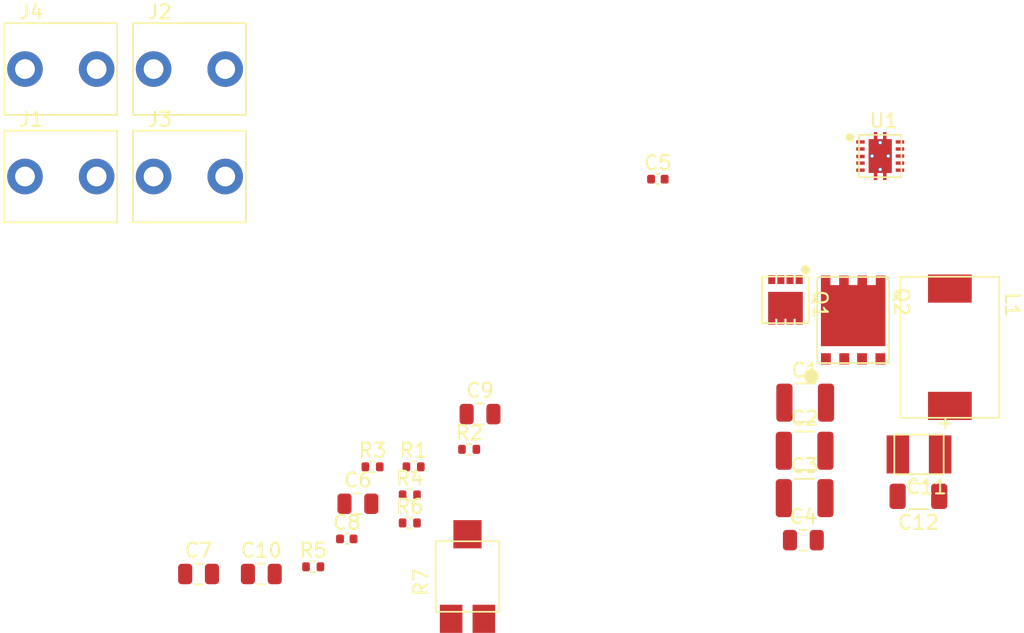
<source format=kicad_pcb>
(kicad_pcb (version 20211014) (generator pcbnew)
  (layers (0 "F.Cu" signal) (31 "B.Cu" signal) (34 "B.Paste" user) (35 "F.Paste" user) (36 "B.SilkS" user "B.Silkscreen") (37 "F.SilkS" user "F.Silkscreen") (38 "B.Mask" user) (39 "F.Mask" user) (44 "Edge.Cuts" user))
  (net 0 "")
  (net 1 "/VIN")
  (net 2 "/GND")
  (net 3 "Net-(C5-Pad1)")
  (net 4 "Net-(C6-Pad1)")
  (net 5 "Net-(C10-Pad2)")
  (net 6 "Net-(C7-Pad2)")
  (net 7 "Net-(C8-Pad1)")
  (net 8 "Net-(C8-Pad2)")
  (net 9 "Net-(C9-Pad1)")
  (net 10 "Net-(C10-Pad1)")
  (net 11 "/VOUT")
  (net 12 "Net-(Q2-Pad4)")
  (net 13 "Net-(R2-Pad1)")
  (net 14 "Net-(Q1-Pad4)")
  (net 15 "Net-(R6-Pad2)")
  (footprint "Capacitor_SMD:C_1210_3225Metric" (layer "F.Cu") (at 194.42 101.56)
    (fp_text reference "C1" (at 0 -2.3) (layer "F.SilkS"))
    (fp_text value "47uF")
    (fp_line (start -0.711252 1.36) (end 0.711252 1.36) (layer "F.SilkS") (width 0.12))
    (fp_line (start -0.711252 -1.36) (end 0.711252 -1.36) (layer "F.SilkS") (width 0.12))
    (pad "1" smd roundrect (at -1.475 0) (size 1.15 2.7) (layers "F.Cu" "F.Paste" "F.Mask") (roundrect_rratio 0.217391) (net 1 "/VIN"))
    (pad "2" smd roundrect (at 1.475 0) (size 1.15 2.7) (layers "F.Cu" "F.Paste" "F.Mask") (roundrect_rratio 0.217391) (net 2 "/GND"))
  )
  (footprint "Capacitor_SMD:C_0805_2012Metric" (layer "F.Cu") (at 162.7 108.73)
    (fp_text reference "C6" (at 0 -1.68) (layer "F.SilkS"))
    (fp_text value "180pF")
    (fp_line (start -0.261252 0.735) (end 0.261252 0.735) (layer "F.SilkS") (width 0.12))
    (fp_line (start -0.261252 -0.735) (end 0.261252 -0.735) (layer "F.SilkS") (width 0.12))
    (pad "1" smd roundrect (at -0.95 0) (size 1 1.45) (layers "F.Cu" "F.Paste" "F.Mask") (net 4 "Net-(C6-Pad1)"))
    (pad "2" smd roundrect (at 0.95 0) (size 1 1.45) (layers "F.Cu" "F.Paste" "F.Mask") (net 5 "Net-(C10-Pad2)"))
  )
  (footprint "TPS40305_supply:63862-1" (layer "F.Cu") (at 141.6304 85.5218)
    (fp_text reference "J1" (at -2.1 -4.05 unlocked) (layer "F.SilkS"))
    (fp_text value "Conn_01x01")
    (fp_line (start -4 -3.25) (end 4 -3.25) (layer "F.SilkS") (width 0.12))
    (fp_line (start 4 -3.25) (end 4 3.25) (layer "F.SilkS") (width 0.12))
    (fp_line (start 4 3.25) (end -4 3.25) (layer "F.SilkS") (width 0.12))
    (fp_line (start -4 3.25) (end -4 -3.25) (layer "F.SilkS") (width 0.12))
    (pad "1" thru_hole circle (at -2.54 0) (size 2.52 2.52) (drill 1.4) (layers *.Cu *.Mask) (net 1 "/VIN"))
    (pad "1" thru_hole circle (at 2.54 0) (size 2.52 2.52) (drill 1.4) (layers *.Cu *.Mask) (net 1 "/VIN"))
  )
  (footprint "Resistor_SMD:R_0402_1005Metric" (layer "F.Cu") (at 166.38 108.1)
    (fp_text reference "R4" (at 0 -1.17) (layer "F.SilkS"))
    (fp_text value "1.33k")
    (fp_line (start -0.153641 -0.38) (end 0.153641 -0.38) (layer "F.SilkS") (width 0.12))
    (fp_line (start -0.153641 0.38) (end 0.153641 0.38) (layer "F.SilkS") (width 0.12))
    (pad "1" smd roundrect (at -0.51 0) (size 0.54 0.64) (layers "F.Cu" "F.Paste" "F.Mask") (net 11 "/VOUT"))
    (pad "2" smd roundrect (at 0.51 0) (size 0.54 0.64) (layers "F.Cu" "F.Paste" "F.Mask") (net 10 "Net-(C10-Pad1)"))
  )
  (footprint "Capacitor_SMD:C_0805_2012Metric" (layer "F.Cu") (at 171.36 102.37)
    (fp_text reference "C9" (at 0 -1.68) (layer "F.SilkS"))
    (fp_text value "10uF")
    (fp_line (start -0.261252 -0.735) (end 0.261252 -0.735) (layer "F.SilkS") (width 0.12))
    (fp_line (start -0.261252 0.735) (end 0.261252 0.735) (layer "F.SilkS") (width 0.12))
    (pad "1" smd roundrect (at -0.95 0) (size 1 1.45) (layers "F.Cu" "F.Paste" "F.Mask") (net 9 "Net-(C9-Pad1)"))
    (pad "2" smd roundrect (at 0.95 0) (size 1 1.45) (layers "F.Cu" "F.Paste" "F.Mask") (net 2 "/GND"))
  )
  (footprint "TPS40305_supply:CSD16340Q3" (layer "F.Cu") (at 193.020371 94.267129 180)
    (fp_text reference "Q1" (at -2.45 -0.32 270 unlocked) (layer "F.SilkS"))
    (fp_text value "CSD16340Q3")
    (fp_rect (start -1.65 -1.65) (end 1.65 1.65) (layer "F.SilkS") (width 0.12) (fill none))
    (fp_circle (center -1.42 2.14) (end -1.150742 2.14) (layer "F.SilkS") (width 0.12) (fill solid))
    (pad "1" smd rect (at -0.975 1.435 270) (size 0.63 0.5) (layers "F.Cu" "F.Paste" "F.Mask") (net 8 "Net-(C8-Pad2)"))
    (pad "2" smd rect (at -0.325 1.435 270) (size 0.63 0.5) (layers "F.Cu" "F.Paste" "F.Mask") (net 8 "Net-(C8-Pad2)"))
    (pad "3" smd rect (at 0.325 1.435 270) (size 0.63 0.5) (layers "F.Cu" "F.Paste" "F.Mask") (net 8 "Net-(C8-Pad2)"))
    (pad "4" smd rect (at 0.975 1.435 270) (size 0.63 0.5) (layers "F.Cu" "F.Paste" "F.Mask") (net 14 "Net-(Q1-Pad4)"))
    (pad "5" smd custom (at -1.225 0.56 180) (size 0.01 0.01) (layers "F.Cu" "F.Mask") (net 1 "/VIN") (options (clearance outline) (anchor rect)) (primitives (gr_poly (pts (xy 0 0) (xy 0 -2.31) (xy 0.5 -2.31) (xy 0.5 -1.9) (xy 0.65 -1.9) (xy 0.65 -2.31) (xy 1.15 -2.31) (xy 1.15 -1.9) (xy 1.3 -1.9) (xy 1.3 -2.31) (xy 1.8 -2.31) (xy 1.8 -1.9) (xy 1.95 -1.9) (xy 1.95 -2.31) (xy 2.45 -2.31) (xy 2.45 0)) (width 0.01) (fill yes))))
  )
  (footprint "TPS40305_supply:CSD17311Q5" (layer "F.Cu") (at 197.82 95.7 -90)
    (fp_text reference "Q2" (at -1.3 -3.44 -90 unlocked) (layer "F.SilkS"))
    (fp_text value "CSD17311Q5")
    (fp_rect (start -3.05 -2.55) (end 3.05 2.55) (layer "F.SilkS") (width 0.12) (fill none))
    (fp_circle (center 3.99 2.97) (end 4.446946 2.97) (layer "F.SilkS") (width 0.12) (fill solid))
    (pad "1" smd rect (at 2.7525 1.93) (size 0.7 0.8) (layers "F.Cu" "F.Paste" "F.Mask") (net 2 "/GND"))
    (pad "2" smd rect (at 2.7525 0.6317) (size 0.7 0.8) (layers "F.Cu" "F.Paste" "F.Mask") (net 2 "/GND"))
    (pad "3" smd rect (at 2.7525 -0.6317 180) (size 0.7 0.8) (layers "F.Cu" "F.Paste" "F.Mask") (net 2 "/GND"))
    (pad "4" smd rect (at 2.7525 -1.93) (size 0.7 0.8) (layers "F.Cu" "F.Paste" "F.Mask") (net 12 "Net-(Q2-Pad4)"))
    (pad "5" smd custom (at 1.8475 -2.28 270) (size 0.01 0.01) (layers "F.Cu" "F.Mask") (net 8 "Net-(C8-Pad2)") (options (clearance outline) (anchor rect)) (primitives (gr_poly (pts (xy 0 0) (xy 0 4.56) (xy -5 4.56) (xy -5 3.898) (xy -4.32 3.898) (xy -4.32 3.2647) (xy -5 3.2647) (xy -5 2.5997) (xy -4.32 2.5997) (xy -4.32 1.9664) (xy -5 1.9664) (xy -5 1.3014) (xy -4.32 1.3014) (xy -4.32 0.6681) (xy -5 0.6681) (xy -5 0)) (width 0.01) (fill yes))))
  )
  (footprint "TPS40305_supply:63862-1" (layer "F.Cu") (at 150.7504 85.5218)
    (fp_text reference "J3" (at -2.1 -4.05 unlocked) (layer "F.SilkS"))
    (fp_text value "Conn_01x01")
    (fp_line (start 4 3.25) (end -4 3.25) (layer "F.SilkS") (width 0.12))
    (fp_line (start 4 -3.25) (end 4 3.25) (layer "F.SilkS") (width 0.12))
    (fp_line (start -4 3.25) (end -4 -3.25) (layer "F.SilkS") (width 0.12))
    (fp_line (start -4 -3.25) (end 4 -3.25) (layer "F.SilkS") (width 0.12))
    (pad "1" thru_hole circle (at -2.54 0) (size 2.52 2.52) (drill 1.4) (layers *.Cu *.Mask) (net 11 "/VOUT"))
    (pad "1" thru_hole circle (at 2.54 0) (size 2.52 2.52) (drill 1.4) (layers *.Cu *.Mask) (net 11 "/VOUT"))
  )
  (footprint "Capacitor_SMD:C_0805_2012Metric" (layer "F.Cu") (at 151.4 113.71)
    (fp_text reference "C7" (at 0 -1.68) (layer "F.SilkS"))
    (fp_text value "1.5nF")
    (fp_line (start -0.261252 0.735) (end 0.261252 0.735) (layer "F.SilkS") (width 0.12))
    (fp_line (start -0.261252 -0.735) (end 0.261252 -0.735) (layer "F.SilkS") (width 0.12))
    (pad "1" smd roundrect (at -0.95 0) (size 1 1.45) (layers "F.Cu" "F.Paste" "F.Mask") (net 4 "Net-(C6-Pad1)"))
    (pad "2" smd roundrect (at 0.95 0) (size 1 1.45) (layers "F.Cu" "F.Paste" "F.Mask") (net 6 "Net-(C7-Pad2)"))
  )
  (footprint "Capacitor_SMD:C_0805_2012Metric" (layer "F.Cu") (at 194.29 111.31)
    (fp_text reference "C4" (at 0 -1.68) (layer "F.SilkS"))
    (fp_text value "1uF")
    (fp_line (start -0.261252 -0.735) (end 0.261252 -0.735) (layer "F.SilkS") (width 0.12))
    (fp_line (start -0.261252 0.735) (end 0.261252 0.735) (layer "F.SilkS") (width 0.12))
    (pad "1" smd roundrect (at -0.95 0) (size 1 1.45) (layers "F.Cu" "F.Paste" "F.Mask") (net 1 "/VIN"))
    (pad "2" smd roundrect (at 0.95 0) (size 1 1.45) (layers "F.Cu" "F.Paste" "F.Mask") (net 2 "/GND"))
  )
  (footprint "TPS40305_supply:63862-1" (layer "F.Cu") (at 150.7504 77.9018)
    (fp_text reference "J2" (at -2.1 -4.05 unlocked) (layer "F.SilkS"))
    (fp_text value "Conn_01x01")
    (fp_line (start -4 3.25) (end -4 -3.25) (layer "F.SilkS") (width 0.12))
    (fp_line (start 4 3.25) (end -4 3.25) (layer "F.SilkS") (width 0.12))
    (fp_line (start 4 -3.25) (end 4 3.25) (layer "F.SilkS") (width 0.12))
    (fp_line (start -4 -3.25) (end 4 -3.25) (layer "F.SilkS") (width 0.12))
    (pad "1" thru_hole circle (at -2.54 0) (size 2.52 2.52) (drill 1.4) (layers *.Cu *.Mask) (net 2 "/GND"))
    (pad "1" thru_hole circle (at 2.54 0) (size 2.52 2.52) (drill 1.4) (layers *.Cu *.Mask) (net 2 "/GND"))
  )
  (footprint "Resistor_SMD:R_0402_1005Metric" (layer "F.Cu") (at 166.38 110.09)
    (fp_text reference "R6" (at 0 -1.17) (layer "F.SilkS"))
    (fp_text value "5.62k")
    (fp_line (start -0.153641 0.38) (end 0.153641 0.38) (layer "F.SilkS") (width 0.12))
    (fp_line (start -0.153641 -0.38) (end 0.153641 -0.38) (layer "F.SilkS") (width 0.12))
    (pad "1" smd roundrect (at -0.51 0) (size 0.54 0.64) (layers "F.Cu" "F.Paste" "F.Mask") (net 5 "Net-(C10-Pad2)"))
    (pad "2" smd roundrect (at 0.51 0) (size 0.54 0.64) (layers "F.Cu" "F.Paste" "F.Mask") (net 15 "Net-(R6-Pad2)"))
  )
  (footprint "TPS40305_supply:63862-1" (layer "F.Cu") (at 141.6304 77.9018)
    (fp_text reference "J4" (at -2.1 -4.05 unlocked) (layer "F.SilkS"))
    (fp_text value "Conn_01x01")
    (fp_line (start -4 3.25) (end -4 -3.25) (layer "F.SilkS") (width 0.12))
    (fp_line (start -4 -3.25) (end 4 -3.25) (layer "F.SilkS") (width 0.12))
    (fp_line (start 4 -3.25) (end 4 3.25) (layer "F.SilkS") (width 0.12))
    (fp_line (start 4 3.25) (end -4 3.25) (layer "F.SilkS") (width 0.12))
    (pad "1" thru_hole circle (at -2.54 0) (size 2.52 2.52) (drill 1.4) (layers *.Cu *.Mask) (net 2 "/GND"))
    (pad "1" thru_hole circle (at 2.54 0) (size 2.52 2.52) (drill 1.4) (layers *.Cu *.Mask) (net 2 "/GND"))
  )
  (footprint "TPS40305_supply:ST4ETB202" (layer "F.Cu") (at 170.47 113.89)
    (fp_text reference "R7" (at -3.3 0.4 90 unlocked) (layer "F.SilkS"))
    (fp_text value "2k")
    (fp_rect (start -2.25 -2.5) (end 2.25 2.5) (layer "F.SilkS") (width 0.12) (fill none))
    (pad "1" smd rect (at 1.16 3 90) (size 2 1.6) (layers "F.Cu" "F.Paste" "F.Mask") (net 2 "/GND"))
    (pad "2" smd rect (at 0 -3) (size 2 2) (layers "F.Cu" "F.Paste" "F.Mask") (net 15 "Net-(R6-Pad2)"))
    (pad "3" smd rect (at -1.16 3 90) (size 2 1.6) (layers "F.Cu" "F.Paste" "F.Mask"))
  )
  (footprint "TPS40305_supply:FP1005R1-R15-R" (layer "F.Cu") (at 204.68 97.63 -90)
    (fp_text reference "L1" (at -3.01 -4.43 -90 unlocked) (layer "F.SilkS"))
    (fp_text value "150nH")
    (fp_rect (start -5 -3.5) (end 5 3.5) (layer "F.SilkS") (width 0.12) (fill none))
    (pad "1" smd rect (at -4.16 0 270) (size 2 3.1) (layers "F.Cu" "F.Paste" "F.Mask") (net 8 "Net-(C8-Pad2)"))
    (pad "2" smd rect (at 4.16 0 270) (size 2 3.1) (layers "F.Cu" "F.Paste" "F.Mask") (net 11 "/VOUT"))
  )
  (footprint "Capacitor_SMD:C_1210_3225Metric" (layer "F.Cu") (at 194.38 108.33)
    (fp_text reference "C3" (at 0 -2.3) (layer "F.SilkS"))
    (fp_text value "47uF")
    (fp_line (start -0.711252 1.36) (end 0.711252 1.36) (layer "F.SilkS") (width 0.12))
    (fp_line (start -0.711252 -1.36) (end 0.711252 -1.36) (layer "F.SilkS") (width 0.12))
    (pad "1" smd roundrect (at -1.475 0) (size 1.15 2.7) (layers "F.Cu" "F.Paste" "F.Mask") (roundrect_rratio 0.217391) (net 1 "/VIN"))
    (pad "2" smd roundrect (at 1.475 0) (size 1.15 2.7) (layers "F.Cu" "F.Paste" "F.Mask") (roundrect_rratio 0.217391) (net 2 "/GND"))
  )
  (footprint "TPS40305_supply:TPS40305" (layer "F.Cu") (at 199.738491 84.07)
    (fp_text reference "U1" (at 0.26 -2.5 unlocked) (layer "F.SilkS"))
    (fp_text value "TPS40305")
    (fp_rect (start -1.5 -1.5) (end 1.5 1.5) (layer "F.SilkS") (width 0.12) (fill none))
    (fp_circle (center -2.15 -1.32) (end -1.903018 -1.32) (layer "F.SilkS") (width 0.12) (fill solid))
    (pad "1" smd roundrect (at -1.4 -1) (size 0.6 0.24) (layers "F.Cu" "F.Paste" "F.Mask") (roundrect_rratio 0.03280839895) (net 1 "/VIN"))
    (pad "2" smd roundrect (at -1.4 -0.5) (size 0.6 0.24) (layers "F.Cu" "F.Paste" "F.Mask") (roundrect_rratio 0.03280839895) (net 3 "Net-(C5-Pad1)"))
    (pad "3" smd roundrect (at -1.4 0.03) (size 0.6 0.24) (layers "F.Cu" "F.Paste" "F.Mask") (roundrect_rratio 0.03280839895) (net 13 "Net-(R2-Pad1)"))
    (pad "4" smd roundrect (at -1.4 0.5) (size 0.6 0.24) (layers "F.Cu" "F.Paste" "F.Mask") (roundrect_rratio 0.03280839895) (net 4 "Net-(C6-Pad1)"))
    (pad "5" smd roundrect (at -1.4 1) (size 0.6 0.24) (layers "F.Cu" "F.Paste" "F.Mask") (roundrect_rratio 0.03280839895) (net 5 "Net-(C10-Pad2)"))
    (pad "6" smd roundrect (at 1.4 1) (size 0.6 0.24) (layers "F.Cu" "F.Paste" "F.Mask") (roundrect_rratio 0.03280839895) (net 7 "Net-(C8-Pad1)"))
    (pad "7" smd roundrect (at 1.4 0.5) (size 0.6 0.24) (layers "F.Cu" "F.Paste" "F.Mask") (roundrect_rratio 0.03280839895) (net 14 "Net-(Q1-Pad4)"))
    (pad "8" smd roundrect (at 1.4 0) (size 0.6 0.24) (layers "F.Cu" "F.Paste" "F.Mask") (roundrect_rratio 0.03280839895) (net 8 "Net-(C8-Pad2)"))
    (pad "9" smd roundrect (at 1.4 -0.5) (size 0.6 0.24) (layers "F.Cu" "F.Paste" "F.Mask") (roundrect_rratio 0.03280839895) (net 12 "Net-(Q2-Pad4)"))
    (pad "10" smd roundrect (at 1.4 -1) (size 0.6 0.24) (layers "F.Cu" "F.Paste" "F.Mask") (roundrect_rratio 0.03280839895) (net 9 "Net-(C9-Pad1)"))
    (pad "11" thru_hole circle (at 0 -0.95) (size 0.3 0.3) (drill 0.2) (layers *.Cu *.Mask) (net 2 "/GND"))
    (pad "11" thru_hole circle (at 0 0.95) (size 0.3 0.3) (drill 0.2) (layers *.Cu *.Mask) (net 2 "/GND"))
    (pad "11" smd custom (at 0 0) (size 0.6 0.24) (layers "F.Cu" "F.Mask") (net 2 "/GND") (options (clearance outline) (anchor rect)) (primitives (gr_poly (pts (xy -0.825 0) (xy -0.825 -1.2) (xy -0.45 -1.2) (xy -0.45 -1.7) (xy -0.2 -1.7) (xy -0.2 -1.2) (xy 0.2 -1.2) (xy 0.2 -1.7) (xy 0.45 -1.7) (xy 0.45 -1.2) (xy 0.825 -1.2) (xy 0.825 1.2) (xy 0.45 1.2) (xy 0.45 1.7) (xy 0.2 1.7) (xy 0.2 1.2) (xy -0.2 1.2) (xy -0.2 1.7) (xy -0.45 1.7) (xy -0.45 1.2) (xy -0.825 1.2)) (width 0.001) (fill yes))))
    (pad "11" thru_hole circle (at -0.575 0) (size 0.3 0.3) (drill 0.2) (layers *.Cu *.Mask) (net 2 "/GND"))
    (pad "11" thru_hole circle (at 0.575 0) (size 0.3 0.3) (drill 0.2) (layers *.Cu *.Mask) (net 2 "/GND"))
  )
  (footprint "Resistor_SMD:R_0402_1005Metric" (layer "F.Cu") (at 163.74 106.11)
    (fp_text reference "R3" (at 0 -1.17) (layer "F.SilkS"))
    (fp_text value "4.12k")
    (fp_line (start -0.153641 0.38) (end 0.153641 0.38) (layer "F.SilkS") (width 0.12))
    (fp_line (start -0.153641 -0.38) (end 0.153641 -0.38) (layer "F.SilkS") (width 0.12))
    (pad "1" smd roundrect (at -0.51 0) (size 0.54 0.64) (layers "F.Cu" "F.Paste" "F.Mask") (net 12 "Net-(Q2-Pad4)"))
    (pad "2" smd roundrect (at 0.51 0) (size 0.54 0.64) (layers "F.Cu" "F.Paste" "F.Mask") (net 2 "/GND"))
  )
  (footprint "Capacitor_SMD:C_0402_1005Metric" (layer "F.Cu") (at 161.91 111.22)
    (fp_text reference "C8" (at 0 -1.16) (layer "F.SilkS"))
    (fp_text value "100nF")
    (fp_line (start -0.107836 -0.36) (end 0.107836 -0.36) (layer "F.SilkS") (width 0.12))
    (fp_line (start -0.107836 0.36) (end 0.107836 0.36) (layer "F.SilkS") (width 0.12))
    (pad "1" smd roundrect (at -0.48 0) (size 0.56 0.62) (layers "F.Cu" "F.Paste" "F.Mask") (net 7 "Net-(C8-Pad1)"))
    (pad "2" smd roundrect (at 0.48 0) (size 0.56 0.62) (layers "F.Cu" "F.Paste" "F.Mask") (net 8 "Net-(C8-Pad2)"))
  )
  (footprint "Capacitor_SMD:C_0805_2012Metric" (layer "F.Cu") (at 155.85 113.71)
    (fp_text reference "C10" (at 0 -1.68) (layer "F.SilkS"))
    (fp_text value "470pF")
    (fp_line (start -0.261252 -0.735) (end 0.261252 -0.735) (layer "F.SilkS") (width 0.12))
    (fp_line (start -0.261252 0.735) (end 0.261252 0.735) (layer "F.SilkS") (width 0.12))
    (pad "1" smd roundrect (at -0.95 0) (size 1 1.45) (layers "F.Cu" "F.Paste" "F.Mask") (net 10 "Net-(C10-Pad1)"))
    (pad "2" smd roundrect (at 0.95 0) (size 1 1.45) (layers "F.Cu" "F.Paste" "F.Mask") (net 5 "Net-(C10-Pad2)"))
  )
  (footprint "Resistor_SMD:R_0402_1005Metric" (layer "F.Cu") (at 170.59 104.87)
    (fp_text reference "R2" (at 0 -1.17) (layer "F.SilkS"))
    (fp_text value "100k")
    (fp_line (start -0.153641 -0.38) (end 0.153641 -0.38) (layer "F.SilkS") (width 0.12))
    (fp_line (start -0.153641 0.38) (end 0.153641 0.38) (layer "F.SilkS") (width 0.12))
    (pad "1" smd roundrect (at -0.51 0) (size 0.54 0.64) (layers "F.Cu" "F.Paste" "F.Mask") (net 13 "Net-(R2-Pad1)"))
    (pad "2" smd roundrect (at 0.51 0) (size 0.54 0.64) (layers "F.Cu" "F.Paste" "F.Mask") (net 9 "Net-(C9-Pad1)"))
  )
  (footprint "TPS40305_supply:CAP_2R5TPE220MAFB" (layer "F.Cu") (at 202.49 105.23 180)
    (fp_text reference "C11" (at -0.518 -2.3064) (layer "F.SilkS"))
    (fp_text value "220uF")
    (fp_text user "+" (at -1.87 2.12 180 unlocked) (layer "F.SilkS"))
    (fp_line (start -1.75 -1.4) (end -1.75 1.4) (layer "F.SilkS") (width 0.127))
    (fp_line (start -1.75 1.4) (end 1.75 1.4) (layer "F.SilkS") (width 0.127))
    (fp_line (start -1.75 -1.4) (end 1.75 -1.4) (layer "F.SilkS") (width 0.127))
    (fp_line (start 1.75 -1.4) (end 1.75 1.4) (layer "F.SilkS") (width 0.127))
    (pad "1" smd rect (at -1.5 0 180) (size 1.6 2.7) (layers "F.Cu" "F.Paste" "F.Mask") (net 11 "/VOUT"))
    (pad "2" smd rect (at 1.5 0 180) (size 1.6 2.7) (layers "F.Cu" "F.Paste" "F.Mask") (net 2 "/GND"))
  )
  (footprint "Resistor_SMD:R_0402_1005Metric" (layer "F.Cu") (at 166.65 106.11)
    (fp_text reference "R1" (at 0 -1.17) (layer "F.SilkS"))
    (fp_text value "3.83k")
    (fp_line (start -0.153641 -0.38) (end 0.153641 -0.38) (layer "F.SilkS") (width 0.12))
    (fp_line (start -0.153641 0.38) (end 0.153641 0.38) (layer "F.SilkS") (width 0.12))
    (pad "1" smd roundrect (at -0.51 0) (size 0.54 0.64) (layers "F.Cu" "F.Paste" "F.Mask") (net 6 "Net-(C7-Pad2)"))
    (pad "2" smd roundrect (at 0.51 0) (size 0.54 0.64) (layers "F.Cu" "F.Paste" "F.Mask") (net 5 "Net-(C10-Pad2)"))
  )
  (footprint "Capacitor_SMD:C_0402_1005Metric" (layer "F.Cu") (at 183.97 85.71)
    (fp_text reference "C5" (at 0 -1.16) (layer "F.SilkS"))
    (fp_text value "3.3nF")
    (fp_line (start -0.107836 -0.36) (end 0.107836 -0.36) (layer "F.SilkS") (width 0.12))
    (fp_line (start -0.107836 0.36) (end 0.107836 0.36) (layer "F.SilkS") (width 0.12))
    (pad "1" smd roundrect (at -0.48 0) (size 0.56 0.62) (layers "F.Cu" "F.Paste" "F.Mask") (net 3 "Net-(C5-Pad1)"))
    (pad "2" smd roundrect (at 0.48 0) (size 0.56 0.62) (layers "F.Cu" "F.Paste" "F.Mask") (net 2 "/GND"))
  )
  (footprint "Resistor_SMD:R_0402_1005Metric" (layer "F.Cu") (at 159.53 113.2)
    (fp_text reference "R5" (at 0 -1.17) (layer "F.SilkS"))
    (fp_text value "10k")
    (fp_line (start -0.153641 0.38) (end 0.153641 0.38) (layer "F.SilkS") (width 0.12))
    (fp_line (start -0.153641 -0.38) (end 0.153641 -0.38) (layer "F.SilkS") (width 0.12))
    (pad "1" smd roundrect (at -0.51 0) (size 0.54 0.64) (layers "F.Cu" "F.Paste" "F.Mask") (net 11 "/VOUT"))
    (pad "2" smd roundrect (at 0.51 0) (size 0.54 0.64) (layers "F.Cu" "F.Paste" "F.Mask") (net 5 "Net-(C10-Pad2)"))
  )
  (footprint "Capacitor_SMD:C_1210_3225Metric" (layer "F.Cu") (at 194.38 104.97)
    (fp_text reference "C2" (at 0 -2.3) (layer "F.SilkS"))
    (fp_text value "47uF")
    (fp_line (start -0.711252 -1.36) (end 0.711252 -1.36) (layer "F.SilkS") (width 0.12))
    (fp_line (start -0.711252 1.36) (end 0.711252 1.36) (layer "F.SilkS") (width 0.12))
    (pad "1" smd roundrect (at -1.475 0) (size 1.15 2.7) (layers "F.Cu" "F.Paste" "F.Mask") (roundrect_rratio 0.217391) (net 1 "/VIN"))
    (pad "2" smd roundrect (at 1.475 0) (size 1.15 2.7) (layers "F.Cu" "F.Paste" "F.Mask") (roundrect_rratio 0.217391) (net 2 "/GND"))
  )
  (footprint "Capacitor_SMD:C_1206_3216Metric" (layer "F.Cu") (at 202.45 108.2 180)
    (fp_text reference "C12" (at 0 -1.85) (layer "F.SilkS"))
    (fp_text value "100uF")
    (fp_line (start -0.711252 -0.91) (end 0.711252 -0.91) (layer "F.SilkS") (width 0.12))
    (fp_line (start -0.711252 0.91) (end 0.711252 0.91) (layer "F.SilkS") (width 0.12))
    (pad "1" smd roundrect (at -1.475 0 180) (size 1.15 1.8) (layers "F.Cu" "F.Paste" "F.Mask") (roundrect_rratio 0.217391) (net 11 "/VOUT"))
    (pad "2" smd roundrect (at 1.475 0 180) (size 1.15 1.8) (layers "F.Cu" "F.Paste" "F.Mask") (roundrect_rratio 0.217391) (net 2 "/GND"))
  )
)
</source>
